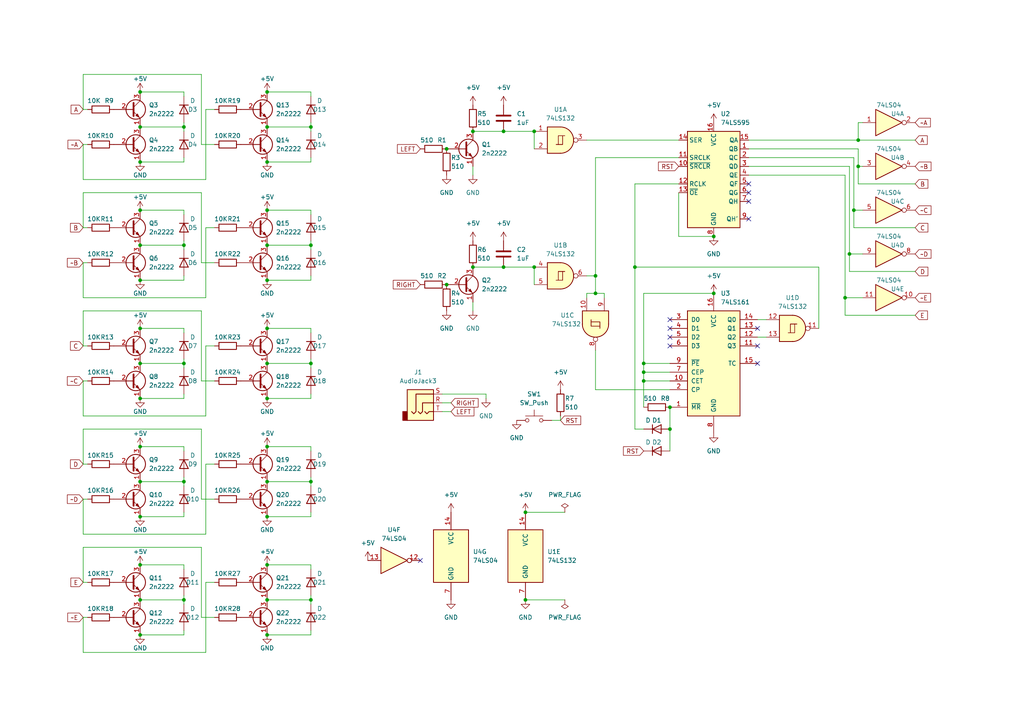
<source format=kicad_sch>
(kicad_sch (version 20211123) (generator eeschema)
  (paper "A4")
  (title_block (title "Controladora CNC") (date "2024-08-03") (rev "1.0") (company "John Karita") (comment 1 "-Se utiliza el puerto de audio para transmitir los datos") (comment 2 "-Los bits se agrupan en quintetos, no en bytes") (comment 3 "-No probado aún, debería soportar 4000 baudios (400 q/s)") (comment 4 "-Los dos ejes utilizan 4 salidas y el taladro/lápiz 1"))
  (lib_symbols
    (symbol "74xx:74LS04"
      (property "Reference" "U" (at 0 1.27 0))
      (property "Value" "74LS04" (at 0 -1.27 0))
      (symbol "74LS04_1_0"
        (pin input line (at -7.62 0 0) (length 3.81) (name "~") (number "1"))
        (pin output inverted (at 7.62 0 180) (length 3.81) (name "~") (number "2"))
      )
      (symbol "74LS04_2_0"
        (pin input line (at -7.62 0 0) (length 3.81) (name "~") (number "3"))
        (pin output inverted (at 7.62 0 180) (length 3.81) (name "~") (number "4"))
      )
      (symbol "74LS04_3_0"
        (pin input line (at -7.62 0 0) (length 3.81) (name "~") (number "5"))
        (pin output inverted (at 7.62 0 180) (length 3.81) (name "~") (number "6"))
      )
      (symbol "74LS04_4_0"
        (pin output inverted (at 7.62 0 180) (length 3.81) (name "~") (number "8"))
        (pin input line (at -7.62 0 0) (length 3.81) (name "~") (number "9"))
      )
      (symbol "74LS04_5_0"
        (pin output inverted (at 7.62 0 180) (length 3.81) (name "~") (number "10"))
        (pin input line (at -7.62 0 0) (length 3.81) (name "~") (number "11"))
      )
      (symbol "74LS04_6_0"
        (pin output inverted (at 7.62 0 180) (length 3.81) (name "~") (number "12"))
        (pin input line (at -7.62 0 0) (length 3.81) (name "~") (number "13"))
      )
      (symbol "74LS04_7_0"
        (pin power_in line (at 0 12.7 270) (length 5.08) (name "VCC") (number "14"))
        (pin power_in line (at 0 -12.7 90) (length 5.08) (name "GND") (number "7"))
      )
    )
    (symbol "74xx:74LS132" (pin_names (offset 1.016))
      (property "Reference" "U" (at 0 1.27 0))
      (property "Value" "74LS132" (at 0 -1.27 0))
      (symbol "74LS132_1_1"
        (pin input line (at -7.62 2.54 0) (length 3.81) (name "~") (number "1"))
        (pin input line (at -7.62 -2.54 0) (length 3.81) (name "~") (number "2"))
        (pin output inverted (at 7.62 0 180) (length 3.81) (name "~") (number "3"))
      )
      (symbol "74LS132_1_2"
        (pin input inverted (at -7.62 2.54 0) (length 4.318) (name "~") (number "1"))
        (pin input inverted (at -7.62 -2.54 0) (length 4.318) (name "~") (number "2"))
        (pin output line (at 7.62 0 180) (length 3.81) (name "~") (number "3"))
      )
      (symbol "74LS132_2_1"
        (pin input line (at -7.62 2.54 0) (length 3.81) (name "~") (number "4"))
        (pin input line (at -7.62 -2.54 0) (length 3.81) (name "~") (number "5"))
        (pin output inverted (at 7.62 0 180) (length 3.81) (name "~") (number "6"))
      )
      (symbol "74LS132_2_2"
        (pin input inverted (at -7.62 2.54 0) (length 4.318) (name "~") (number "4"))
        (pin input inverted (at -7.62 -2.54 0) (length 4.318) (name "~") (number "5"))
        (pin output line (at 7.62 0 180) (length 3.81) (name "~") (number "6"))
      )
      (symbol "74LS132_3_1"
        (pin input line (at -7.62 -2.54 0) (length 3.81) (name "~") (number "10"))
        (pin output inverted (at 7.62 0 180) (length 3.81) (name "~") (number "8"))
        (pin input line (at -7.62 2.54 0) (length 3.81) (name "~") (number "9"))
      )
      (symbol "74LS132_3_2"
        (pin input inverted (at -7.62 -2.54 0) (length 4.318) (name "~") (number "10"))
        (pin output line (at 7.62 0 180) (length 3.81) (name "~") (number "8"))
        (pin input inverted (at -7.62 2.54 0) (length 4.318) (name "~") (number "9"))
      )
      (symbol "74LS132_4_1"
        (pin output inverted (at 7.62 0 180) (length 3.81) (name "~") (number "11"))
        (pin input line (at -7.62 2.54 0) (length 3.81) (name "~") (number "12"))
        (pin input line (at -7.62 -2.54 0) (length 3.81) (name "~") (number "13"))
      )
      (symbol "74LS132_4_2"
        (pin output line (at 7.62 0 180) (length 3.81) (name "~") (number "11"))
        (pin input inverted (at -7.62 2.54 0) (length 4.318) (name "~") (number "12"))
        (pin input inverted (at -7.62 -2.54 0) (length 4.318) (name "~") (number "13"))
      )
      (symbol "74LS132_5_0"
        (pin power_in line (at 0 12.7 270) (length 5.08) (name "VCC") (number "14"))
        (pin power_in line (at 0 -12.7 90) (length 5.08) (name "GND") (number "7"))
      )
    )
    (symbol "74xx:74LS161" (pin_names (offset 1.016))
      (property "Reference" "U" (at -7.62 16.51 0))
      (property "Value" "74LS161" (at -7.62 -16.51 0))
      (symbol "74LS161_1_0"
        (pin input line (at -12.7 -12.7 0) (length 5.08) (name "~{MR}") (number "1"))
        (pin input line (at -12.7 -5.08 0) (length 5.08) (name "CET") (number "10"))
        (pin output line (at 12.7 5.08 180) (length 5.08) (name "Q3") (number "11"))
        (pin output line (at 12.7 7.62 180) (length 5.08) (name "Q2") (number "12"))
        (pin output line (at 12.7 10.16 180) (length 5.08) (name "Q1") (number "13"))
        (pin output line (at 12.7 12.7 180) (length 5.08) (name "Q0") (number "14"))
        (pin output line (at 12.7 0 180) (length 5.08) (name "TC") (number "15"))
        (pin power_in line (at 0 20.32 270) (length 5.08) (name "VCC") (number "16"))
        (pin input line (at -12.7 -7.62 0) (length 5.08) (name "CP") (number "2"))
        (pin input line (at -12.7 12.7 0) (length 5.08) (name "D0") (number "3"))
        (pin input line (at -12.7 10.16 0) (length 5.08) (name "D1") (number "4"))
        (pin input line (at -12.7 7.62 0) (length 5.08) (name "D2") (number "5"))
        (pin input line (at -12.7 5.08 0) (length 5.08) (name "D3") (number "6"))
        (pin input line (at -12.7 -2.54 0) (length 5.08) (name "CEP") (number "7"))
        (pin power_in line (at 0 -20.32 90) (length 5.08) (name "GND") (number "8"))
        (pin input line (at -12.7 0 0) (length 5.08) (name "~{PE}") (number "9"))
      )
    )
    (symbol "74xx:74LS595"
      (property "Reference" "U" (at -7.62 13.97 0))
      (property "Value" "74LS595" (at -7.62 -16.51 0))
      (symbol "74LS595_1_0"
        (pin tri_state line (at 10.16 7.62 180) (length 2.54) (name "QB") (number "1"))
        (pin input line (at -10.16 2.54 0) (length 2.54) (name "~{SRCLR}") (number "10"))
        (pin input line (at -10.16 5.08 0) (length 2.54) (name "SRCLK") (number "11"))
        (pin input line (at -10.16 -2.54 0) (length 2.54) (name "RCLK") (number "12"))
        (pin input line (at -10.16 -5.08 0) (length 2.54) (name "~{OE}") (number "13"))
        (pin input line (at -10.16 10.16 0) (length 2.54) (name "SER") (number "14"))
        (pin tri_state line (at 10.16 10.16 180) (length 2.54) (name "QA") (number "15"))
        (pin power_in line (at 0 15.24 270) (length 2.54) (name "VCC") (number "16"))
        (pin tri_state line (at 10.16 5.08 180) (length 2.54) (name "QC") (number "2"))
        (pin tri_state line (at 10.16 2.54 180) (length 2.54) (name "QD") (number "3"))
        (pin tri_state line (at 10.16 0 180) (length 2.54) (name "QE") (number "4"))
        (pin tri_state line (at 10.16 -2.54 180) (length 2.54) (name "QF") (number "5"))
        (pin tri_state line (at 10.16 -5.08 180) (length 2.54) (name "QG") (number "6"))
        (pin tri_state line (at 10.16 -7.62 180) (length 2.54) (name "QH") (number "7"))
        (pin power_in line (at 0 -17.78 90) (length 2.54) (name "GND") (number "8"))
        (pin output line (at 10.16 -12.7 180) (length 2.54) (name "QH'") (number "9"))
      )
    )
    (symbol "Connector:AudioJack3"
      (property "Reference" "J" (at 0 8.89 0))
      (property "Value" "AudioJack3" (at 0 6.35 0))
      (symbol "AudioJack3_1_1"
        (pin passive line (at 5.08 0 180) (length 2.54) (name "~") (number "R"))
        (pin passive line (at 5.08 2.54 180) (length 2.54) (name "~") (number "S"))
        (pin passive line (at 5.08 -2.54 180) (length 2.54) (name "~") (number "T"))
      )
    )
    (symbol "Device:C" (pin_numbers hide) (pin_names (offset 0.254))
      (property "Reference" "C" (at 0.635 2.54 0))
      (property "Value" "C" (at 0.635 -2.54 0))
      (symbol "C_1_1"
        (pin passive line (at 0 3.81 270) (length 2.794) (name "~") (number "1"))
        (pin passive line (at 0 -3.81 90) (length 2.794) (name "~") (number "2"))
      )
    )
    (symbol "Device:D" (pin_numbers hide) (pin_names (offset 1.016) hide)
      (property "Reference" "D" (at 0 2.54 0))
      (property "Value" "D" (at 0 -2.54 0))
      (symbol "D_1_1"
        (pin passive line (at -3.81 0 0) (length 2.54) (name "K") (number "1"))
        (pin passive line (at 3.81 0 180) (length 2.54) (name "A") (number "2"))
      )
    )
    (symbol "Device:Q_NPN_EBC" (pin_names (offset 0) hide)
      (property "Reference" "Q" (at 5.08 1.27 0))
      (property "Value" "Q_NPN_EBC" (at 5.08 -1.27 0))
      (symbol "Q_NPN_EBC_1_1"
        (pin passive line (at 2.54 -5.08 90) (length 2.54) (name "E") (number "1"))
        (pin passive line (at -5.08 0 0) (length 5.715) (name "B") (number "2"))
        (pin passive line (at 2.54 5.08 270) (length 2.54) (name "C") (number "3"))
      )
    )
    (symbol "Device:R" (pin_numbers hide) (pin_names (offset 0))
      (property "Reference" "R" (at 2.032 0 90))
      (property "Value" "R" (at 0 0 90))
      (symbol "R_1_1"
        (pin passive line (at 0 3.81 270) (length 1.27) (name "~") (number "1"))
        (pin passive line (at 0 -3.81 90) (length 1.27) (name "~") (number "2"))
      )
    )
    (symbol "Switch:SW_Push" (pin_numbers hide) (pin_names (offset 1.016) hide)
      (property "Reference" "SW" (at 1.27 2.54 0))
      (property "Value" "SW_Push" (at 0 -1.524 0))
      (symbol "SW_Push_0_1"
        (pin passive line (at -5.08 0 0) (length 2.54) (name "1") (number "1"))
        (pin passive line (at 5.08 0 180) (length 2.54) (name "2") (number "2"))
      )
    )
    (symbol "power:+5V" (power) (pin_names (offset 0))
      (property "Value" "+5V" (at 0 3.556 0))
      (symbol "+5V_1_1"
        (pin power_in line (at 0 0 90) (length 0) hide (name "+5V") (number "1"))
      )
    )
    (symbol "power:GND" (power) (pin_names (offset 0))
      (property "Value" "GND" (at 0 -3.81 0))
      (symbol "GND_1_1"
        (pin power_in line (at 0 0 270) (length 0) hide (name "GND") (number "1"))
      )
    )
    (symbol "power:PWR_FLAG" (power) (pin_numbers hide) (pin_names (offset 0) hide)
      (property "Value" "PWR_FLAG" (at 0 3.81 0))
      (symbol "PWR_FLAG_0_0"
        (pin power_out line (at 0 0 90) (length 0) (name "pwr") (number "1"))
      )
    )
  )
  (junction (at 40.64 149.86))
  (junction (at 40.64 163.83))
  (junction (at 53.34 36.83))
  (junction (at 154.94 38.1))
  (junction (at 137.16 77.47))
  (junction (at 146.05 38.1))
  (junction (at 40.64 139.7))
  (junction (at 40.64 60.96))
  (junction (at 154.94 77.47))
  (junction (at 40.64 81.28))
  (junction (at 77.47 60.96))
  (junction (at 77.47 81.28))
  (junction (at 245.11 86.36))
  (junction (at 207.01 85.09))
  (junction (at 77.47 71.12))
  (junction (at 77.47 95.25))
  (junction (at 40.64 173.99))
  (junction (at 40.64 105.41))
  (junction (at 77.47 184.15))
  (junction (at 186.69 107.95))
  (junction (at 77.47 115.57))
  (junction (at 77.47 139.7))
  (junction (at 40.64 71.12))
  (junction (at 90.17 36.83))
  (junction (at 129.54 43.18))
  (junction (at 207.01 68.58))
  (junction (at 53.34 173.99))
  (junction (at 77.47 26.67))
  (junction (at 77.47 46.99))
  (junction (at 53.34 105.41))
  (junction (at 40.64 95.25))
  (junction (at 40.64 36.83))
  (junction (at 77.47 129.54))
  (junction (at 77.47 36.83))
  (junction (at 77.47 163.83))
  (junction (at 53.34 71.12))
  (junction (at 152.4 148.59))
  (junction (at 194.31 118.11))
  (junction (at 172.72 80.01))
  (junction (at 40.64 115.57))
  (junction (at 248.92 40.64))
  (junction (at 40.64 129.54))
  (junction (at 247.65 60.96))
  (junction (at 186.69 105.41))
  (junction (at 248.92 48.26))
  (junction (at 90.17 173.99))
  (junction (at 146.05 77.47))
  (junction (at 172.72 85.09))
  (junction (at 194.31 124.46))
  (junction (at 184.15 77.47))
  (junction (at 90.17 71.12))
  (junction (at 137.16 38.1))
  (junction (at 53.34 139.7))
  (junction (at 77.47 173.99))
  (junction (at 40.64 46.99))
  (junction (at 90.17 139.7))
  (junction (at 77.47 105.41))
  (junction (at 129.54 82.55))
  (junction (at 90.17 105.41))
  (junction (at 77.47 149.86))
  (junction (at 246.38 73.66))
  (junction (at 152.4 173.99))
  (junction (at 40.64 26.67))
  (junction (at 40.64 184.15))
  (junction (at 186.69 110.49))
  (no_connect (at 217.17 63.5))
  (no_connect (at 219.71 95.25))
  (no_connect (at 219.71 100.33))
  (no_connect (at 217.17 58.42))
  (no_connect (at 217.17 55.88))
  (no_connect (at 217.17 53.34))
  (no_connect (at 219.71 105.41))
  (no_connect (at 121.92 162.56))
  (no_connect (at 194.31 92.71))
  (no_connect (at 194.31 97.79))
  (no_connect (at 194.31 95.25))
  (no_connect (at 194.31 100.33))
  (wire (pts (xy 248.92 40.64) (xy 248.92 35.56)))
  (wire (pts (xy 248.92 43.18) (xy 248.92 48.26)))
  (wire (pts (xy 24.13 31.75) (xy 25.4 31.75)))
  (wire (pts (xy 90.17 27.94) (xy 90.17 26.67)))
  (wire (pts (xy 53.34 95.25) (xy 40.64 95.25)))
  (wire (pts (xy 90.17 36.83) (xy 90.17 38.1)))
  (wire (pts (xy 186.69 107.95) (xy 186.69 105.41)))
  (wire (pts (xy 194.31 118.11) (xy 194.31 124.46)))
  (wire (pts (xy 53.34 69.85) (xy 53.34 71.12)))
  (wire (pts (xy 53.34 36.83) (xy 53.34 38.1)))
  (wire (pts (xy 154.94 38.1) (xy 154.94 43.18)))
  (wire (pts (xy 90.17 129.54) (xy 77.47 129.54)))
  (wire (pts (xy 24.13 168.91) (xy 25.4 168.91)))
  (wire (pts (xy 58.42 41.91) (xy 58.42 21.59)))
  (wire (pts (xy 90.17 62.23) (xy 90.17 60.96)))
  (wire (pts (xy 172.72 101.6) (xy 172.72 113.03)))
  (wire (pts (xy 137.16 50.8) (xy 137.16 48.26)))
  (wire (pts (xy 24.13 120.65) (xy 59.69 120.65)))
  (wire (pts (xy 170.18 40.64) (xy 196.85 40.64)))
  (wire (pts (xy 90.17 163.83) (xy 77.47 163.83)))
  (wire (pts (xy 24.13 154.94) (xy 59.69 154.94)))
  (wire (pts (xy 58.42 21.59) (xy 24.13 21.59)))
  (wire (pts (xy 246.38 78.74) (xy 246.38 73.66)))
  (wire (pts (xy 172.72 80.01) (xy 172.72 45.72)))
  (wire (pts (xy 40.64 46.99) (xy 53.34 46.99)))
  (wire (pts (xy 58.42 76.2) (xy 58.42 55.88)))
  (wire (pts (xy 90.17 149.86) (xy 90.17 148.59)))
  (wire (pts (xy 62.23 110.49) (xy 58.42 110.49)))
  (wire (pts (xy 162.56 121.92) (xy 162.56 120.65)))
  (wire (pts (xy 146.05 77.47) (xy 154.94 77.47)))
  (wire (pts (xy 24.13 41.91) (xy 24.13 52.07)))
  (wire (pts (xy 25.4 41.91) (xy 24.13 41.91)))
  (wire (pts (xy 237.49 95.25) (xy 237.49 77.47)))
  (wire (pts (xy 59.69 154.94) (xy 59.69 134.62)))
  (wire (pts (xy 90.17 184.15) (xy 90.17 182.88)))
  (wire (pts (xy 265.43 53.34) (xy 248.92 53.34)))
  (wire (pts (xy 58.42 158.75) (xy 24.13 158.75)))
  (wire (pts (xy 186.69 85.09) (xy 207.01 85.09)))
  (wire (pts (xy 152.4 173.99) (xy 163.83 173.99)))
  (wire (pts (xy 237.49 77.47) (xy 184.15 77.47)))
  (wire (pts (xy 128.27 116.84) (xy 130.81 116.84)))
  (wire (pts (xy 90.17 115.57) (xy 90.17 114.3)))
  (wire (pts (xy 222.25 92.71) (xy 219.71 92.71)))
  (wire (pts (xy 160.02 121.92) (xy 162.56 121.92)))
  (wire (pts (xy 53.34 163.83) (xy 40.64 163.83)))
  (wire (pts (xy 24.13 86.36) (xy 59.69 86.36)))
  (wire (pts (xy 59.69 134.62) (xy 62.23 134.62)))
  (wire (pts (xy 246.38 73.66) (xy 250.19 73.66)))
  (wire (pts (xy 24.13 144.78) (xy 24.13 154.94)))
  (wire (pts (xy 53.34 71.12) (xy 53.34 72.39)))
  (wire (pts (xy 40.64 105.41) (xy 53.34 105.41)))
  (wire (pts (xy 24.13 110.49) (xy 24.13 120.65)))
  (wire (pts (xy 248.92 35.56) (xy 250.19 35.56)))
  (wire (pts (xy 194.31 113.03) (xy 172.72 113.03)))
  (wire (pts (xy 40.64 173.99) (xy 53.34 173.99)))
  (wire (pts (xy 59.69 66.04) (xy 62.23 66.04)))
  (wire (pts (xy 186.69 124.46) (xy 184.15 124.46)))
  (wire (pts (xy 53.34 46.99) (xy 53.34 45.72)))
  (wire (pts (xy 90.17 172.72) (xy 90.17 173.99)))
  (wire (pts (xy 77.47 149.86) (xy 90.17 149.86)))
  (wire (pts (xy 59.69 31.75) (xy 62.23 31.75)))
  (wire (pts (xy 77.47 115.57) (xy 90.17 115.57)))
  (wire (pts (xy 90.17 35.56) (xy 90.17 36.83)))
  (wire (pts (xy 186.69 105.41) (xy 194.31 105.41)))
  (wire (pts (xy 62.23 41.91) (xy 58.42 41.91)))
  (wire (pts (xy 77.47 139.7) (xy 90.17 139.7)))
  (wire (pts (xy 25.4 110.49) (xy 24.13 110.49)))
  (wire (pts (xy 146.05 38.1) (xy 154.94 38.1)))
  (wire (pts (xy 186.69 110.49) (xy 186.69 118.11)))
  (wire (pts (xy 137.16 38.1) (xy 146.05 38.1)))
  (wire (pts (xy 90.17 138.43) (xy 90.17 139.7)))
  (wire (pts (xy 265.43 91.44) (xy 245.11 91.44)))
  (wire (pts (xy 196.85 68.58) (xy 196.85 55.88)))
  (wire (pts (xy 40.64 36.83) (xy 53.34 36.83)))
  (wire (pts (xy 90.17 69.85) (xy 90.17 71.12)))
  (wire (pts (xy 247.65 45.72) (xy 247.65 60.96)))
  (wire (pts (xy 40.64 184.15) (xy 53.34 184.15)))
  (wire (pts (xy 265.43 78.74) (xy 246.38 78.74)))
  (wire (pts (xy 53.34 81.28) (xy 53.34 80.01)))
  (wire (pts (xy 24.13 52.07) (xy 59.69 52.07)))
  (wire (pts (xy 217.17 48.26) (xy 246.38 48.26)))
  (wire (pts (xy 24.13 158.75) (xy 24.13 168.91)))
  (wire (pts (xy 186.69 105.41) (xy 186.69 85.09)))
  (wire (pts (xy 217.17 45.72) (xy 247.65 45.72)))
  (wire (pts (xy 25.4 144.78) (xy 24.13 144.78)))
  (wire (pts (xy 90.17 165.1) (xy 90.17 163.83)))
  (wire (pts (xy 245.11 50.8) (xy 245.11 86.36)))
  (wire (pts (xy 186.69 110.49) (xy 186.69 107.95)))
  (wire (pts (xy 247.65 66.04) (xy 247.65 60.96)))
  (wire (pts (xy 53.34 62.23) (xy 53.34 60.96)))
  (wire (pts (xy 90.17 71.12) (xy 90.17 72.39)))
  (wire (pts (xy 154.94 77.47) (xy 154.94 82.55)))
  (wire (pts (xy 248.92 40.64) (xy 265.43 40.64)))
  (wire (pts (xy 53.34 173.99) (xy 53.34 175.26)))
  (wire (pts (xy 265.43 66.04) (xy 247.65 66.04)))
  (wire (pts (xy 194.31 110.49) (xy 186.69 110.49)))
  (wire (pts (xy 40.64 81.28) (xy 53.34 81.28)))
  (wire (pts (xy 53.34 105.41) (xy 53.34 106.68)))
  (wire (pts (xy 77.47 81.28) (xy 90.17 81.28)))
  (wire (pts (xy 53.34 184.15) (xy 53.34 182.88)))
  (wire (pts (xy 59.69 52.07) (xy 59.69 31.75)))
  (wire (pts (xy 53.34 149.86) (xy 53.34 148.59)))
  (wire (pts (xy 24.13 124.46) (xy 24.13 134.62)))
  (wire (pts (xy 248.92 53.34) (xy 248.92 48.26)))
  (wire (pts (xy 58.42 55.88) (xy 24.13 55.88)))
  (wire (pts (xy 24.13 179.07) (xy 24.13 189.23)))
  (wire (pts (xy 217.17 43.18) (xy 248.92 43.18)))
  (wire (pts (xy 77.47 173.99) (xy 90.17 173.99)))
  (wire (pts (xy 217.17 50.8) (xy 245.11 50.8)))
  (wire (pts (xy 59.69 168.91) (xy 62.23 168.91)))
  (wire (pts (xy 24.13 21.59) (xy 24.13 31.75)))
  (wire (pts (xy 53.34 172.72) (xy 53.34 173.99)))
  (wire (pts (xy 53.34 129.54) (xy 40.64 129.54)))
  (wire (pts (xy 24.13 55.88) (xy 24.13 66.04)))
  (wire (pts (xy 184.15 77.47) (xy 184.15 53.34)))
  (wire (pts (xy 140.97 114.3) (xy 140.97 115.57)))
  (wire (pts (xy 40.64 149.86) (xy 53.34 149.86)))
  (wire (pts (xy 53.34 104.14) (xy 53.34 105.41)))
  (wire (pts (xy 53.34 115.57) (xy 53.34 114.3)))
  (wire (pts (xy 90.17 96.52) (xy 90.17 95.25)))
  (wire (pts (xy 53.34 96.52) (xy 53.34 95.25)))
  (wire (pts (xy 90.17 173.99) (xy 90.17 175.26)))
  (wire (pts (xy 53.34 138.43) (xy 53.34 139.7)))
  (wire (pts (xy 90.17 95.25) (xy 77.47 95.25)))
  (wire (pts (xy 245.11 86.36) (xy 250.19 86.36)))
  (wire (pts (xy 24.13 90.17) (xy 24.13 100.33)))
  (wire (pts (xy 245.11 91.44) (xy 245.11 86.36)))
  (wire (pts (xy 172.72 45.72) (xy 196.85 45.72)))
  (wire (pts (xy 77.47 71.12) (xy 90.17 71.12)))
  (wire (pts (xy 53.34 26.67) (xy 40.64 26.67)))
  (wire (pts (xy 53.34 165.1) (xy 53.34 163.83)))
  (wire (pts (xy 246.38 48.26) (xy 246.38 73.66)))
  (wire (pts (xy 172.72 85.09) (xy 172.72 80.01)))
  (wire (pts (xy 222.25 97.79) (xy 219.71 97.79)))
  (wire (pts (xy 170.18 86.36) (xy 170.18 85.09)))
  (wire (pts (xy 53.34 139.7) (xy 53.34 140.97)))
  (wire (pts (xy 248.92 48.26) (xy 250.19 48.26)))
  (wire (pts (xy 25.4 179.07) (xy 24.13 179.07)))
  (wire (pts (xy 207.01 68.58) (xy 196.85 68.58)))
  (wire (pts (xy 90.17 60.96) (xy 77.47 60.96)))
  (wire (pts (xy 247.65 60.96) (xy 250.19 60.96)))
  (wire (pts (xy 24.13 76.2) (xy 24.13 86.36)))
  (wire (pts (xy 90.17 130.81) (xy 90.17 129.54)))
  (wire (pts (xy 58.42 90.17) (xy 24.13 90.17)))
  (wire (pts (xy 53.34 60.96) (xy 40.64 60.96)))
  (wire (pts (xy 59.69 120.65) (xy 59.69 100.33)))
  (wire (pts (xy 90.17 46.99) (xy 90.17 45.72)))
  (wire (pts (xy 58.42 179.07) (xy 58.42 158.75)))
  (wire (pts (xy 62.23 76.2) (xy 58.42 76.2)))
  (wire (pts (xy 90.17 105.41) (xy 90.17 106.68)))
  (wire (pts (xy 217.17 40.64) (xy 248.92 40.64)))
  (wire (pts (xy 40.64 71.12) (xy 53.34 71.12)))
  (wire (pts (xy 152.4 148.59) (xy 163.83 148.59)))
  (wire (pts (xy 170.18 80.01) (xy 172.72 80.01)))
  (wire (pts (xy 77.47 184.15) (xy 90.17 184.15)))
  (wire (pts (xy 90.17 104.14) (xy 90.17 105.41)))
  (wire (pts (xy 90.17 81.28) (xy 90.17 80.01)))
  (wire (pts (xy 90.17 26.67) (xy 77.47 26.67)))
  (wire (pts (xy 194.31 124.46) (xy 194.31 130.81)))
  (wire (pts (xy 186.69 107.95) (xy 194.31 107.95)))
  (wire (pts (xy 62.23 179.07) (xy 58.42 179.07)))
  (wire (pts (xy 77.47 36.83) (xy 90.17 36.83)))
  (wire (pts (xy 77.47 46.99) (xy 90.17 46.99)))
  (wire (pts (xy 58.42 144.78) (xy 58.42 124.46)))
  (wire (pts (xy 40.64 139.7) (xy 53.34 139.7)))
  (wire (pts (xy 59.69 100.33) (xy 62.23 100.33)))
  (wire (pts (xy 53.34 130.81) (xy 53.34 129.54)))
  (wire (pts (xy 62.23 144.78) (xy 58.42 144.78)))
  (wire (pts (xy 170.18 85.09) (xy 172.72 85.09)))
  (wire (pts (xy 24.13 100.33) (xy 25.4 100.33)))
  (wire (pts (xy 53.34 35.56) (xy 53.34 36.83)))
  (wire (pts (xy 59.69 189.23) (xy 59.69 168.91)))
  (wire (pts (xy 77.47 105.41) (xy 90.17 105.41)))
  (wire (pts (xy 128.27 114.3) (xy 140.97 114.3)))
  (wire (pts (xy 90.17 139.7) (xy 90.17 140.97)))
  (wire (pts (xy 40.64 115.57) (xy 53.34 115.57)))
  (wire (pts (xy 24.13 66.04) (xy 25.4 66.04)))
  (wire (pts (xy 137.16 90.17) (xy 137.16 87.63)))
  (wire (pts (xy 59.69 86.36) (xy 59.69 66.04)))
  (wire (pts (xy 24.13 134.62) (xy 25.4 134.62)))
  (wire (pts (xy 58.42 110.49) (xy 58.42 90.17)))
  (wire (pts (xy 128.27 119.38) (xy 130.81 119.38)))
  (wire (pts (xy 25.4 76.2) (xy 24.13 76.2)))
  (wire (pts (xy 137.16 77.47) (xy 146.05 77.47)))
  (wire (pts (xy 53.34 27.94) (xy 53.34 26.67)))
  (wire (pts (xy 184.15 124.46) (xy 184.15 77.47)))
  (wire (pts (xy 172.72 85.09) (xy 175.26 85.09)))
  (wire (pts (xy 175.26 85.09) (xy 175.26 86.36)))
  (wire (pts (xy 24.13 189.23) (xy 59.69 189.23)))
  (wire (pts (xy 58.42 124.46) (xy 24.13 124.46)))
  (wire (pts (xy 184.15 53.34) (xy 196.85 53.34)))
  (global_label "RIGHT" (shape input) (at 121.92 82.55 180) (property "Intersheet References" "${INTERSHEET_REFS}" (effects hide)))
  (global_label "~D" (shape input) (at 24.13 144.78 180) (property "Intersheet References" "${INTERSHEET_REFS}" (effects hide)))
  (global_label "~C" (shape input) (at 265.43 60.96 0) (property "Intersheet References" "${INTERSHEET_REFS}" (effects hide)))
  (global_label "~C" (shape input) (at 24.13 110.49 180) (property "Intersheet References" "${INTERSHEET_REFS}" (effects hide)))
  (global_label "LEFT" (shape input) (at 121.92 43.18 180) (property "Intersheet References" "${INTERSHEET_REFS}" (effects hide)))
  (global_label "~A" (shape input) (at 24.13 41.91 180) (property "Intersheet References" "${INTERSHEET_REFS}" (effects hide)))
  (global_label "~D" (shape input) (at 265.43 73.66 0) (property "Intersheet References" "${INTERSHEET_REFS}" (effects hide)))
  (global_label "LEFT" (shape input) (at 130.81 119.38 0) (property "Intersheet References" "${INTERSHEET_REFS}" (effects hide)))
  (global_label "RIGHT" (shape input) (at 130.81 116.84 0) (property "Intersheet References" "${INTERSHEET_REFS}" (effects hide)))
  (global_label "RST" (shape input) (at 186.69 130.81 180) (property "Intersheet References" "${INTERSHEET_REFS}" (effects hide)))
  (global_label "~B" (shape input) (at 24.13 76.2 180) (property "Intersheet References" "${INTERSHEET_REFS}" (effects hide)))
  (global_label "A" (shape input) (at 265.43 40.64 0) (property "Intersheet References" "${INTERSHEET_REFS}" (effects hide)))
  (global_label "~A" (shape input) (at 265.43 35.56 0) (property "Intersheet References" "${INTERSHEET_REFS}" (effects hide)))
  (global_label "E" (shape input) (at 24.13 168.91 180) (property "Intersheet References" "${INTERSHEET_REFS}" (effects hide)))
  (global_label "D" (shape input) (at 265.43 78.74 0) (property "Intersheet References" "${INTERSHEET_REFS}" (effects hide)))
  (global_label "C" (shape input) (at 24.13 100.33 180) (property "Intersheet References" "${INTERSHEET_REFS}" (effects hide)))
  (global_label "D" (shape input) (at 24.13 134.62 180) (property "Intersheet References" "${INTERSHEET_REFS}" (effects hide)))
  (global_label "~E" (shape input) (at 24.13 179.07 180) (property "Intersheet References" "${INTERSHEET_REFS}" (effects hide)))
  (global_label "A" (shape input) (at 24.13 31.75 180) (property "Intersheet References" "${INTERSHEET_REFS}" (effects hide)))
  (global_label "~B" (shape input) (at 265.43 48.26 0) (property "Intersheet References" "${INTERSHEET_REFS}" (effects hide)))
  (global_label "RST" (shape input) (at 162.56 121.92 0) (property "Intersheet References" "${INTERSHEET_REFS}" (effects hide)))
  (global_label "C" (shape input) (at 265.43 66.04 0) (property "Intersheet References" "${INTERSHEET_REFS}" (effects hide)))
  (global_label "B" (shape input) (at 24.13 66.04 180) (property "Intersheet References" "${INTERSHEET_REFS}" (effects hide)))
  (global_label "~E" (shape input) (at 265.43 86.36 0) (property "Intersheet References" "${INTERSHEET_REFS}" (effects hide)))
  (global_label "RST" (shape input) (at 196.85 48.26 180) (property "Intersheet References" "${INTERSHEET_REFS}" (effects hide)))
  (global_label "E" (shape input) (at 265.43 91.44 0) (property "Intersheet References" "${INTERSHEET_REFS}" (effects hide)))
  (global_label "B" (shape input) (at 265.43 53.34 0) (property "Intersheet References" "${INTERSHEET_REFS}" (effects hide)))
  (symbol (lib_id "power:GND") (at 152.4 173.99 0) (unit 1)
    (property "Reference" "#PWR0117" (effects hide))
    (property "Value" "GND" (at 152.4 179.07 0))
  )
  (symbol (lib_id "power:+5V") (at 130.81 148.59 0) (unit 1)
    (property "Reference" "#PWR022" (effects hide))
    (property "Value" "+5V" (at 130.81 143.51 0))
  )
  (symbol (lib_id "Device:Q_NPN_EBC") (at 74.93 168.91 0) (unit 1)
    (property "Reference" "Q21" (at 80.01 167.6399 0) (effects (justify left)))
    (property "Value" "2n2222" (at 80.01 170.1799 0) (effects (justify left)))
  )
  (symbol (lib_id "Device:D") (at 90.17 134.62 270) (unit 1)
    (property "Reference" "D19" (at 92.71 134.62 90))
    (property "Value" "D" (at 92.71 132.08 90))
  )
  (symbol (lib_id "Device:R") (at 66.04 144.78 90) (unit 1)
    (property "Reference" "R26" (at 69.85 142.24 90) (effects (justify left)))
    (property "Value" "10K" (at 66.04 142.24 90) (effects (justify left)))
  )
  (symbol (lib_id "Device:R") (at 125.73 43.18 90) (unit 1)
    (property "Reference" "R1" (at 129.54 40.64 90) (effects (justify left)))
    (property "Value" "510" (at 125.73 40.64 90) (effects (justify left)))
  )
  (symbol (lib_id "Device:R") (at 66.04 76.2 90) (unit 1)
    (property "Reference" "R22" (at 69.85 73.66 90) (effects (justify left)))
    (property "Value" "10K" (at 66.04 73.66 90) (effects (justify left)))
  )
  (symbol (lib_id "Device:D") (at 90.17 66.04 270) (unit 1)
    (property "Reference" "D15" (at 92.71 66.04 90))
    (property "Value" "D" (at 92.71 63.5 90))
  )
  (symbol (lib_id "Device:R") (at 29.21 168.91 90) (unit 1)
    (property "Reference" "R17" (at 33.02 166.37 90) (effects (justify left)))
    (property "Value" "10K" (at 29.21 166.37 90) (effects (justify left)))
  )
  (symbol (lib_id "power:GND") (at 77.47 149.86 0) (unit 1)
    (property "Reference" "#PWR018" (effects hide))
    (property "Value" "GND" (at 77.47 153.67 0))
  )
  (symbol (lib_id "Device:R") (at 66.04 168.91 90) (unit 1)
    (property "Reference" "R27" (at 69.85 166.37 90) (effects (justify left)))
    (property "Value" "10K" (at 66.04 166.37 90) (effects (justify left)))
  )
  (symbol (lib_id "power:+5V") (at 77.47 129.54 0) (unit 1)
    (property "Reference" "#PWR017" (effects hide))
    (property "Value" "+5V" (at 77.47 125.73 0))
  )
  (symbol (lib_id "power:GND") (at 40.64 115.57 0) (unit 1)
    (property "Reference" "#PWR06" (effects hide))
    (property "Value" "GND" (at 40.64 119.38 0))
  )
  (symbol (lib_id "Device:Q_NPN_EBC") (at 38.1 41.91 0) (unit 1)
    (property "Reference" "Q4" (at 43.18 40.6399 0) (effects (justify left)))
    (property "Value" "2n2222" (at 43.18 43.1799 0) (effects (justify left)))
  )
  (symbol (lib_id "Device:R") (at 29.21 41.91 90) (unit 1)
    (property "Reference" "R10" (at 33.02 39.37 90) (effects (justify left)))
    (property "Value" "10K" (at 29.21 39.37 90) (effects (justify left)))
  )
  (symbol (lib_id "power:+5V") (at 137.16 69.85 0) (unit 1)
    (property "Reference" "#PWR0107" (effects hide))
    (property "Value" "+5V" (at 137.16 64.77 0))
  )
  (symbol (lib_id "Device:R") (at 29.21 134.62 90) (unit 1)
    (property "Reference" "R15" (at 33.02 132.08 90) (effects (justify left)))
    (property "Value" "10K" (at 29.21 132.08 90) (effects (justify left)))
  )
  (symbol (lib_id "Device:Q_NPN_EBC") (at 38.1 76.2 0) (unit 1)
    (property "Reference" "Q6" (at 43.18 74.9299 0) (effects (justify left)))
    (property "Value" "2n2222" (at 43.18 77.4699 0) (effects (justify left)))
  )
  (symbol (lib_id "power:GND") (at 77.47 184.15 0) (unit 1)
    (property "Reference" "#PWR020" (effects hide))
    (property "Value" "GND" (at 77.47 187.96 0))
  )
  (symbol (lib_id "power:+5V") (at 40.64 60.96 0) (unit 1)
    (property "Reference" "#PWR03" (effects hide))
    (property "Value" "+5V" (at 40.64 57.15 0))
  )
  (symbol (lib_id "power:+5V") (at 137.16 30.48 0) (unit 1)
    (property "Reference" "#PWR0101" (effects hide))
    (property "Value" "+5V" (at 137.16 25.4 0))
  )
  (symbol (lib_id "Device:R") (at 66.04 41.91 90) (unit 1)
    (property "Reference" "R20" (at 69.85 39.37 90) (effects (justify left)))
    (property "Value" "10K" (at 66.04 39.37 90) (effects (justify left)))
  )
  (symbol (lib_id "power:+5V") (at 40.64 95.25 0) (unit 1)
    (property "Reference" "#PWR05" (effects hide))
    (property "Value" "+5V" (at 40.64 91.44 0))
  )
  (symbol (lib_id "power:GND") (at 130.81 173.99 0) (unit 1)
    (property "Reference" "#PWR023" (effects hide))
    (property "Value" "GND" (at 130.81 179.07 0))
  )
  (symbol (lib_id "power:+5V") (at 152.4 148.59 0) (unit 1)
    (property "Reference" "#PWR0113" (effects hide))
    (property "Value" "+5V" (at 152.4 143.51 0))
  )
  (symbol (lib_id "Device:Q_NPN_EBC") (at 74.93 134.62 0) (unit 1)
    (property "Reference" "Q19" (at 80.01 133.3499 0) (effects (justify left)))
    (property "Value" "2n2222" (at 80.01 135.8899 0) (effects (justify left)))
  )
  (symbol (lib_id "74xx:74LS04") (at 257.81 73.66 0) (unit 4)
    (property "Reference" "U4" (at 260.35 71.12 0))
    (property "Value" "74LS04" (at 257.81 68.58 0))
    (property "Datasheet" "http://www.ti.com/lit/gpn/sn74LS04" (effects hide))
  )
  (symbol (lib_id "Device:Q_NPN_EBC") (at 38.1 66.04 0) (unit 1)
    (property "Reference" "Q5" (at 43.18 64.7699 0) (effects (justify left)))
    (property "Value" "2n2222" (at 43.18 67.3099 0) (effects (justify left)))
  )
  (symbol (lib_id "Device:R") (at 29.21 144.78 90) (unit 1)
    (property "Reference" "R16" (at 33.02 142.24 90) (effects (justify left)))
    (property "Value" "10K" (at 29.21 142.24 90) (effects (justify left)))
  )
  (symbol (lib_id "power:GND") (at 77.47 81.28 0) (unit 1)
    (property "Reference" "#PWR014" (effects hide))
    (property "Value" "GND" (at 77.47 85.09 0))
  )
  (symbol (lib_id "Device:R") (at 162.56 116.84 0) (unit 1)
    (property "Reference" "R7" (at 163.83 115.57 0) (effects (justify left)))
    (property "Value" "510" (at 163.83 118.11 0) (effects (justify left)))
  )
  (symbol (lib_id "Device:R") (at 29.21 31.75 90) (unit 1)
    (property "Reference" "R9" (at 33.02 29.21 90) (effects (justify left)))
    (property "Value" "10K" (at 29.21 29.21 90) (effects (justify left)))
  )
  (symbol (lib_id "power:+5V") (at 146.05 30.48 0) (unit 1)
    (property "Reference" "#PWR0102" (effects hide))
    (property "Value" "+5V" (at 146.05 25.4 0))
  )
  (symbol (lib_id "Device:R") (at 66.04 179.07 90) (unit 1)
    (property "Reference" "R28" (at 69.85 176.53 90) (effects (justify left)))
    (property "Value" "10K" (at 66.04 176.53 90) (effects (justify left)))
  )
  (symbol (lib_id "power:+5V") (at 207.01 35.56 0) (unit 1)
    (property "Reference" "#PWR0112" (effects hide))
    (property "Value" "+5V" (at 207.01 30.48 0))
  )
  (symbol (lib_id "Device:Q_NPN_EBC") (at 38.1 134.62 0) (unit 1)
    (property "Reference" "Q9" (at 43.18 133.3499 0) (effects (justify left)))
    (property "Value" "2n2222" (at 43.18 135.8899 0) (effects (justify left)))
  )
  (symbol (lib_id "Device:Q_NPN_EBC") (at 74.93 179.07 0) (unit 1)
    (property "Reference" "Q22" (at 80.01 177.7999 0) (effects (justify left)))
    (property "Value" "2n2222" (at 80.01 180.3399 0) (effects (justify left)))
  )
  (symbol (lib_id "Device:D") (at 53.34 110.49 270) (unit 1)
    (property "Reference" "D8" (at 55.88 110.49 90))
    (property "Value" "D" (at 55.88 107.95 90))
  )
  (symbol (lib_id "Device:D") (at 90.17 179.07 270) (unit 1)
    (property "Reference" "D22" (at 92.71 179.07 90))
    (property "Value" "D" (at 92.71 176.53 90))
  )
  (symbol (lib_id "Device:R") (at 29.21 110.49 90) (unit 1)
    (property "Reference" "R14" (at 33.02 107.95 90) (effects (justify left)))
    (property "Value" "10K" (at 29.21 107.95 90) (effects (justify left)))
  )
  (symbol (lib_id "74xx:74LS132") (at 172.72 93.98 270) (unit 3)
    (property "Reference" "U1" (at 162.56 91.44 90) (effects (justify left)))
    (property "Value" "74LS132" (at 160.02 93.98 90) (effects (justify left)))
    (property "Datasheet" "http://www.ti.com/lit/gpn/sn74LS132" (effects hide))
  )
  (symbol (lib_id "Device:D") (at 53.34 168.91 270) (unit 1)
    (property "Reference" "D11" (at 55.88 168.91 90))
    (property "Value" "D" (at 55.88 166.37 90))
  )
  (symbol (lib_id "power:GND") (at 40.64 81.28 0) (unit 1)
    (property "Reference" "#PWR04" (effects hide))
    (property "Value" "GND" (at 40.64 85.09 0))
  )
  (symbol (lib_id "power:GND") (at 77.47 115.57 0) (unit 1)
    (property "Reference" "#PWR016" (effects hide))
    (property "Value" "GND" (at 77.47 119.38 0))
  )
  (symbol (lib_id "Device:R") (at 129.54 86.36 0) (unit 1)
    (property "Reference" "R4" (at 130.81 85.09 0) (effects (justify left)))
    (property "Value" "510" (at 130.81 87.63 0) (effects (justify left)))
  )
  (symbol (lib_id "power:+5V") (at 77.47 95.25 0) (unit 1)
    (property "Reference" "#PWR015" (effects hide))
    (property "Value" "+5V" (at 77.47 91.44 0))
  )
  (symbol (lib_id "Device:Q_NPN_EBC") (at 38.1 179.07 0) (unit 1)
    (property "Reference" "Q12" (at 43.18 177.7999 0) (effects (justify left)))
    (property "Value" "2n2222" (at 43.18 180.3399 0) (effects (justify left)))
  )
  (symbol (lib_id "Device:R") (at 125.73 82.55 90) (unit 1)
    (property "Reference" "R2" (at 129.54 80.01 90) (effects (justify left)))
    (property "Value" "510" (at 125.73 80.01 90) (effects (justify left)))
  )
  (symbol (lib_id "Device:D") (at 53.34 76.2 270) (unit 1)
    (property "Reference" "D6" (at 55.88 76.2 90))
    (property "Value" "D" (at 55.88 73.66 90))
  )
  (symbol (lib_id "Device:Q_NPN_EBC") (at 38.1 168.91 0) (unit 1)
    (property "Reference" "Q11" (at 43.18 167.6399 0) (effects (justify left)))
    (property "Value" "2n2222" (at 43.18 170.1799 0) (effects (justify left)))
  )
  (symbol (lib_id "Device:Q_NPN_EBC") (at 74.93 110.49 0) (unit 1)
    (property "Reference" "Q18" (at 80.01 109.2199 0) (effects (justify left)))
    (property "Value" "2n2222" (at 80.01 111.7599 0) (effects (justify left)))
  )
  (symbol (lib_id "power:+5V") (at 106.68 162.56 0) (unit 1)
    (property "Reference" "#PWR021" (effects hide))
    (property "Value" "+5V" (at 106.68 157.48 0))
  )
  (symbol (lib_id "Device:Q_NPN_EBC") (at 74.93 31.75 0) (unit 1)
    (property "Reference" "Q13" (at 80.01 30.4799 0) (effects (justify left)))
    (property "Value" "2n2222" (at 80.01 33.0199 0) (effects (justify left)))
  )
  (symbol (lib_id "Device:D") (at 53.34 144.78 270) (unit 1)
    (property "Reference" "D10" (at 55.88 144.78 90))
    (property "Value" "D" (at 55.88 142.24 90))
  )
  (symbol (lib_id "power:GND") (at 129.54 90.17 0) (unit 1)
    (property "Reference" "#PWR0103" (effects hide))
    (property "Value" "GND" (at 129.54 95.25 0))
  )
  (symbol (lib_id "74xx:74LS04") (at 257.81 48.26 0) (unit 2)
    (property "Reference" "U4" (at 260.35 45.72 0))
    (property "Value" "74LS04" (at 257.81 43.18 0))
    (property "Datasheet" "http://www.ti.com/lit/gpn/sn74LS04" (effects hide))
  )
  (symbol (lib_id "Device:R") (at 66.04 66.04 90) (unit 1)
    (property "Reference" "R21" (at 69.85 63.5 90) (effects (justify left)))
    (property "Value" "10K" (at 66.04 63.5 90) (effects (justify left)))
  )
  (symbol (lib_id "Device:Q_NPN_EBC") (at 74.93 41.91 0) (unit 1)
    (property "Reference" "Q14" (at 80.01 40.6399 0) (effects (justify left)))
    (property "Value" "2n2222" (at 80.01 43.1799 0) (effects (justify left)))
  )
  (symbol (lib_id "Device:C") (at 146.05 34.29 0) (unit 1)
    (property "Reference" "C1" (at 149.86 33.0199 0) (effects (justify left)))
    (property "Value" "1uF" (at 149.86 35.5599 0) (effects (justify left)))
  )
  (symbol (lib_id "Device:Q_NPN_EBC") (at 38.1 110.49 0) (unit 1)
    (property "Reference" "Q8" (at 43.18 109.2199 0) (effects (justify left)))
    (property "Value" "2n2222" (at 43.18 111.7599 0) (effects (justify left)))
  )
  (symbol (lib_id "Device:Q_NPN_EBC") (at 38.1 100.33 0) (unit 1)
    (property "Reference" "Q7" (at 43.18 99.0599 0) (effects (justify left)))
    (property "Value" "2n2222" (at 43.18 101.5999 0) (effects (justify left)))
  )
  (symbol (lib_id "power:+5V") (at 146.05 69.85 0) (unit 1)
    (property "Reference" "#PWR0108" (effects hide))
    (property "Value" "+5V" (at 146.05 64.77 0))
  )
  (symbol (lib_id "74xx:74LS132") (at 152.4 161.29 0) (unit 5)
    (property "Reference" "U1" (at 158.75 160.0199 0) (effects (justify left)))
    (property "Value" "74LS132" (at 158.75 162.5599 0) (effects (justify left)))
    (property "Datasheet" "http://www.ti.com/lit/gpn/sn74LS132" (effects hide))
  )
  (symbol (lib_id "Device:Q_NPN_EBC") (at 74.93 100.33 0) (unit 1)
    (property "Reference" "Q17" (at 80.01 99.0599 0) (effects (justify left)))
    (property "Value" "2n2222" (at 80.01 101.5999 0) (effects (justify left)))
  )
  (symbol (lib_id "Device:D") (at 53.34 31.75 270) (unit 1)
    (property "Reference" "D3" (at 55.88 31.75 90))
    (property "Value" "D" (at 55.88 29.21 90))
  )
  (symbol (lib_id "74xx:74LS595") (at 207.01 50.8 0) (unit 1)
    (property "Reference" "U2" (at 209.0294 33.02 0) (effects (justify left)))
    (property "Value" "74LS595" (at 209.0294 35.56 0) (effects (justify left)))
    (property "Datasheet" "http://www.ti.com/lit/gpn/sn74ls595" (effects hide))
  )
  (symbol (lib_id "power:PWR_FLAG") (at 163.83 173.99 180) (unit 1)
    (property "Reference" "#FLG0102" (effects hide))
    (property "Value" "PWR_FLAG" (at 163.83 179.07 0))
  )
  (symbol (lib_id "Device:Q_NPN_EBC") (at 134.62 82.55 0) (unit 1)
    (property "Reference" "Q2" (at 139.7 81.2799 0) (effects (justify left)))
    (property "Value" "2n2222" (at 139.7 83.8199 0) (effects (justify left)))
  )
  (symbol (lib_id "Device:D") (at 53.34 41.91 270) (unit 1)
    (property "Reference" "D4" (at 55.88 41.91 90))
    (property "Value" "D" (at 55.88 39.37 90))
  )
  (symbol (lib_id "74xx:74LS04") (at 130.81 161.29 0) (unit 7)
    (property "Reference" "U4" (at 137.16 160.0199 0) (effects (justify left)))
    (property "Value" "74LS04" (at 137.16 162.5599 0) (effects (justify left)))
    (property "Datasheet" "http://www.ti.com/lit/gpn/sn74LS04" (effects hide))
  )
  (symbol (lib_id "power:+5V") (at 40.64 163.83 0) (unit 1)
    (property "Reference" "#PWR09" (effects hide))
    (property "Value" "+5V" (at 40.64 160.02 0))
  )
  (symbol (lib_id "power:GND") (at 129.54 50.8 0) (unit 1)
    (property "Reference" "#PWR0105" (effects hide))
    (property "Value" "GND" (at 129.54 55.88 0))
  )
  (symbol (lib_id "Device:D") (at 53.34 179.07 270) (unit 1)
    (property "Reference" "D12" (at 55.88 179.07 90))
    (property "Value" "D" (at 55.88 176.53 90))
  )
  (symbol (lib_id "power:GND") (at 207.01 125.73 0) (unit 1)
    (property "Reference" "#PWR0110" (effects hide))
    (property "Value" "GND" (at 207.01 130.81 0))
  )
  (symbol (lib_id "Device:R") (at 66.04 110.49 90) (unit 1)
    (property "Reference" "R24" (at 69.85 107.95 90) (effects (justify left)))
    (property "Value" "10K" (at 66.04 107.95 90) (effects (justify left)))
  )
  (symbol (lib_id "power:+5V") (at 77.47 26.67 0) (unit 1)
    (property "Reference" "#PWR011" (effects hide))
    (property "Value" "+5V" (at 77.47 22.86 0))
  )
  (symbol (lib_id "Device:Q_NPN_EBC") (at 74.93 66.04 0) (unit 1)
    (property "Reference" "Q15" (at 80.01 64.7699 0) (effects (justify left)))
    (property "Value" "2n2222" (at 80.01 67.3099 0) (effects (justify left)))
  )
  (symbol (lib_id "Device:D") (at 90.17 144.78 270) (unit 1)
    (property "Reference" "D20" (at 92.71 144.78 90))
    (property "Value" "D" (at 92.71 142.24 90))
  )
  (symbol (lib_id "power:+5V") (at 77.47 163.83 0) (unit 1)
    (property "Reference" "#PWR019" (effects hide))
    (property "Value" "+5V" (at 77.47 160.02 0))
  )
  (symbol (lib_id "power:+5V") (at 40.64 129.54 0) (unit 1)
    (property "Reference" "#PWR07" (effects hide))
    (property "Value" "+5V" (at 40.64 125.73 0))
  )
  (symbol (lib_id "power:+5V") (at 77.47 60.96 0) (unit 1)
    (property "Reference" "#PWR013" (effects hide))
    (property "Value" "+5V" (at 77.47 57.15 0))
  )
  (symbol (lib_id "Device:R") (at 137.16 34.29 0) (unit 1)
    (property "Reference" "R5" (at 138.43 33.02 0) (effects (justify left)))
    (property "Value" "510" (at 138.43 35.56 0) (effects (justify left)))
  )
  (symbol (lib_id "power:PWR_FLAG") (at 163.83 148.59 0) (unit 1)
    (property "Reference" "#FLG0101" (effects hide))
    (property "Value" "PWR_FLAG" (at 163.83 143.51 0))
  )
  (symbol (lib_id "power:+5V") (at 207.01 85.09 0) (unit 1)
    (property "Reference" "#PWR0111" (effects hide))
    (property "Value" "+5V" (at 207.01 80.01 0))
  )
  (symbol (lib_id "power:GND") (at 207.01 68.58 0) (unit 1)
    (property "Reference" "#PWR0109" (effects hide))
    (property "Value" "GND" (at 207.01 73.66 0))
  )
  (symbol (lib_id "Switch:SW_Push") (at 154.94 121.92 0) (unit 1)
    (property "Reference" "SW1" (at 154.94 114.3 0))
    (property "Value" "SW_Push" (at 154.94 116.84 0))
  )
  (symbol (lib_id "74xx:74LS132") (at 162.56 80.01 0) (unit 2)
    (property "Reference" "U1" (at 162.56 71.12 0))
    (property "Value" "74LS132" (at 162.56 73.66 0))
    (property "Datasheet" "http://www.ti.com/lit/gpn/sn74LS132" (effects hide))
  )
  (symbol (lib_id "Device:R") (at 29.21 76.2 90) (unit 1)
    (property "Reference" "R12" (at 33.02 73.66 90) (effects (justify left)))
    (property "Value" "10K" (at 29.21 73.66 90) (effects (justify left)))
  )
  (symbol (lib_id "power:GND") (at 77.47 46.99 0) (unit 1)
    (property "Reference" "#PWR012" (effects hide))
    (property "Value" "GND" (at 77.47 50.8 0))
  )
  (symbol (lib_id "Device:Q_NPN_EBC") (at 38.1 144.78 0) (unit 1)
    (property "Reference" "Q10" (at 43.18 143.5099 0) (effects (justify left)))
    (property "Value" "2n2222" (at 43.18 146.0499 0) (effects (justify left)))
  )
  (symbol (lib_id "74xx:74LS161") (at 207.01 105.41 0) (unit 1)
    (property "Reference" "U3" (at 209.0294 85.09 0) (effects (justify left)))
    (property "Value" "74LS161" (at 209.0294 87.63 0) (effects (justify left)))
    (property "Datasheet" "http://www.ti.com/lit/gpn/sn74LS161" (effects hide))
  )
  (symbol (lib_id "Device:D") (at 90.17 41.91 270) (unit 1)
    (property "Reference" "D14" (at 92.71 41.91 90))
    (property "Value" "D" (at 92.71 39.37 90))
  )
  (symbol (lib_id "74xx:74LS04") (at 114.3 162.56 0) (unit 6)
    (property "Reference" "U4" (at 114.3 153.67 0))
    (property "Value" "74LS04" (at 114.3 156.21 0))
    (property "Datasheet" "http://www.ti.com/lit/gpn/sn74LS04" (effects hide))
  )
  (symbol (lib_id "Device:R") (at 29.21 179.07 90) (unit 1)
    (property "Reference" "R18" (at 33.02 176.53 90) (effects (justify left)))
    (property "Value" "10K" (at 29.21 176.53 90) (effects (justify left)))
  )
  (symbol (lib_id "Device:R") (at 66.04 134.62 90) (unit 1)
    (property "Reference" "R25" (at 69.85 132.08 90) (effects (justify left)))
    (property "Value" "10K" (at 66.04 132.08 90) (effects (justify left)))
  )
  (symbol (lib_id "Device:C") (at 146.05 73.66 0) (unit 1)
    (property "Reference" "C2" (at 149.86 72.3899 0) (effects (justify left)))
    (property "Value" "1uF" (at 149.86 74.9299 0) (effects (justify left)))
  )
  (symbol (lib_id "Connector:AudioJack3") (at 123.19 116.84 0) (unit 1)
    (property "Reference" "J1" (at 121.285 107.95 0))
    (property "Value" "AudioJack3" (at 121.285 110.49 0))
  )
  (symbol (lib_id "Device:R") (at 66.04 100.33 90) (unit 1)
    (property "Reference" "R23" (at 69.85 97.79 90) (effects (justify left)))
    (property "Value" "10K" (at 66.04 97.79 90) (effects (justify left)))
  )
  (symbol (lib_id "Device:R") (at 29.21 100.33 90) (unit 1)
    (property "Reference" "R13" (at 33.02 97.79 90) (effects (justify left)))
    (property "Value" "10K" (at 29.21 97.79 90) (effects (justify left)))
  )
  (symbol (lib_id "74xx:74LS04") (at 257.81 60.96 0) (unit 3)
    (property "Reference" "U4" (at 260.35 58.42 0))
    (property "Value" "74LS04" (at 257.81 55.88 0))
    (property "Datasheet" "http://www.ti.com/lit/gpn/sn74LS04" (effects hide))
  )
  (symbol (lib_id "power:GND") (at 40.64 149.86 0) (unit 1)
    (property "Reference" "#PWR08" (effects hide))
    (property "Value" "GND" (at 40.64 153.67 0))
  )
  (symbol (lib_id "Device:R") (at 190.5 118.11 90) (unit 1)
    (property "Reference" "R8" (at 194.31 115.57 90) (effects (justify left)))
    (property "Value" "510" (at 190.5 115.57 90) (effects (justify left)))
  )
  (symbol (lib_id "Device:R") (at 29.21 66.04 90) (unit 1)
    (property "Reference" "R11" (at 33.02 63.5 90) (effects (justify left)))
    (property "Value" "10K" (at 29.21 63.5 90) (effects (justify left)))
  )
  (symbol (lib_id "power:GND") (at 140.97 115.57 0) (unit 1)
    (property "Reference" "#PWR0114" (effects hide))
    (property "Value" "GND" (at 140.97 120.65 0))
  )
  (symbol (lib_id "Device:D") (at 53.34 66.04 270) (unit 1)
    (property "Reference" "D5" (at 55.88 66.04 90))
    (property "Value" "D" (at 55.88 63.5 90))
  )
  (symbol (lib_id "power:GND") (at 40.64 46.99 0) (unit 1)
    (property "Reference" "#PWR02" (effects hide))
    (property "Value" "GND" (at 40.64 50.8 0))
  )
  (symbol (lib_id "Device:Q_NPN_EBC") (at 74.93 144.78 0) (unit 1)
    (property "Reference" "Q20" (at 80.01 143.5099 0) (effects (justify left)))
    (property "Value" "2n2222" (at 80.01 146.0499 0) (effects (justify left)))
  )
  (symbol (lib_id "power:GND") (at 137.16 90.17 0) (unit 1)
    (property "Reference" "#PWR0104" (effects hide))
    (property "Value" "GND" (at 137.16 95.25 0))
  )
  (symbol (lib_id "Device:Q_NPN_EBC") (at 134.62 43.18 0) (unit 1)
    (property "Reference" "Q1" (at 139.7 41.9099 0) (effects (justify left)))
    (property "Value" "2n2222" (at 139.7 44.4499 0) (effects (justify left)))
  )
  (symbol (lib_id "74xx:74LS04") (at 257.81 86.36 0) (unit 5)
    (property "Reference" "U4" (at 260.35 83.82 0))
    (property "Value" "74LS04" (at 257.81 81.28 0))
    (property "Datasheet" "http://www.ti.com/lit/gpn/sn74LS04" (effects hide))
  )
  (symbol (lib_id "Device:D") (at 90.17 100.33 270) (unit 1)
    (property "Reference" "D17" (at 92.71 100.33 90))
    (property "Value" "D" (at 92.71 97.79 90))
  )
  (symbol (lib_id "power:+5V") (at 162.56 113.03 0) (unit 1)
    (property "Reference" "#PWR0115" (effects hide))
    (property "Value" "+5V" (at 162.56 107.95 0))
  )
  (symbol (lib_id "74xx:74LS04") (at 257.81 35.56 0) (unit 1)
    (property "Reference" "U4" (at 260.35 33.02 0))
    (property "Value" "74LS04" (at 257.81 30.48 0))
    (property "Datasheet" "http://www.ti.com/lit/gpn/sn74LS04" (effects hide))
  )
  (symbol (lib_id "Device:D") (at 53.34 134.62 270) (unit 1)
    (property "Reference" "D9" (at 55.88 134.62 90))
    (property "Value" "D" (at 55.88 132.08 90))
  )
  (symbol (lib_id "Device:Q_NPN_EBC") (at 38.1 31.75 0) (unit 1)
    (property "Reference" "Q3" (at 43.18 30.4799 0) (effects (justify left)))
    (property "Value" "2n2222" (at 43.18 33.0199 0) (effects (justify left)))
  )
  (symbol (lib_id "Device:R") (at 137.16 73.66 0) (unit 1)
    (property "Reference" "R6" (at 138.43 72.39 0) (effects (justify left)))
    (property "Value" "510" (at 138.43 74.93 0) (effects (justify left)))
  )
  (symbol (lib_id "Device:D") (at 90.17 76.2 270) (unit 1)
    (property "Reference" "D16" (at 92.71 76.2 90))
    (property "Value" "D" (at 92.71 73.66 90))
  )
  (symbol (lib_id "power:GND") (at 149.86 121.92 0) (unit 1)
    (property "Reference" "#PWR0116" (effects hide))
    (property "Value" "GND" (at 149.86 127 0))
  )
  (symbol (lib_id "power:+5V") (at 40.64 26.67 0) (unit 1)
    (property "Reference" "#PWR01" (effects hide))
    (property "Value" "+5V" (at 40.64 22.86 0))
  )
  (symbol (lib_id "Device:Q_NPN_EBC") (at 74.93 76.2 0) (unit 1)
    (property "Reference" "Q16" (at 80.01 74.9299 0) (effects (justify left)))
    (property "Value" "2n2222" (at 80.01 77.4699 0) (effects (justify left)))
  )
  (symbol (lib_id "74xx:74LS132") (at 229.87 95.25 0) (unit 4)
    (property "Reference" "U1" (at 229.87 86.36 0))
    (property "Value" "74LS132" (at 229.87 88.9 0))
    (property "Datasheet" "http://www.ti.com/lit/gpn/sn74LS132" (effects hide))
  )
  (symbol (lib_id "Device:D") (at 90.17 168.91 270) (unit 1)
    (property "Reference" "D21" (at 92.71 168.91 90))
    (property "Value" "D" (at 92.71 166.37 90))
  )
  (symbol (lib_id "Device:D") (at 190.5 124.46 0) (unit 1)
    (property "Reference" "D1" (at 190.5 121.92 0))
    (property "Value" "D" (at 187.96 121.92 0))
  )
  (symbol (lib_id "Device:R") (at 129.54 46.99 0) (unit 1)
    (property "Reference" "R3" (at 130.81 45.72 0) (effects (justify left)))
    (property "Value" "510" (at 130.81 48.26 0) (effects (justify left)))
  )
  (symbol (lib_id "power:GND") (at 137.16 50.8 0) (unit 1)
    (property "Reference" "#PWR0106" (effects hide))
    (property "Value" "GND" (at 137.16 55.88 0))
  )
  (symbol (lib_id "Device:D") (at 90.17 110.49 270) (unit 1)
    (property "Reference" "D18" (at 92.71 110.49 90))
    (property "Value" "D" (at 92.71 107.95 90))
  )
  (symbol (lib_id "power:GND") (at 40.64 184.15 0) (unit 1)
    (property "Reference" "#PWR010" (effects hide))
    (property "Value" "GND" (at 40.64 187.96 0))
  )
  (symbol (lib_id "Device:R") (at 66.04 31.75 90) (unit 1)
    (property "Reference" "R19" (at 69.85 29.21 90) (effects (justify left)))
    (property "Value" "10K" (at 66.04 29.21 90) (effects (justify left)))
  )
  (symbol (lib_id "Device:D") (at 53.34 100.33 270) (unit 1)
    (property "Reference" "D7" (at 55.88 100.33 90))
    (property "Value" "D" (at 55.88 97.79 90))
  )
  (symbol (lib_id "Device:D") (at 190.5 130.81 0) (unit 1)
    (property "Reference" "D2" (at 190.5 128.27 0))
    (property "Value" "D" (at 187.96 128.27 0))
  )
  (symbol (lib_id "74xx:74LS132") (at 162.56 40.64 0) (unit 1)
    (property "Reference" "U1" (at 162.56 31.75 0))
    (property "Value" "74LS132" (at 162.56 34.29 0))
    (property "Datasheet" "http://www.ti.com/lit/gpn/sn74LS132" (effects hide))
  )
  (symbol (lib_id "Device:D") (at 90.17 31.75 270) (unit 1)
    (property "Reference" "D13" (at 92.71 31.75 90))
    (property "Value" "D" (at 92.71 29.21 90))
  )
)
</source>
